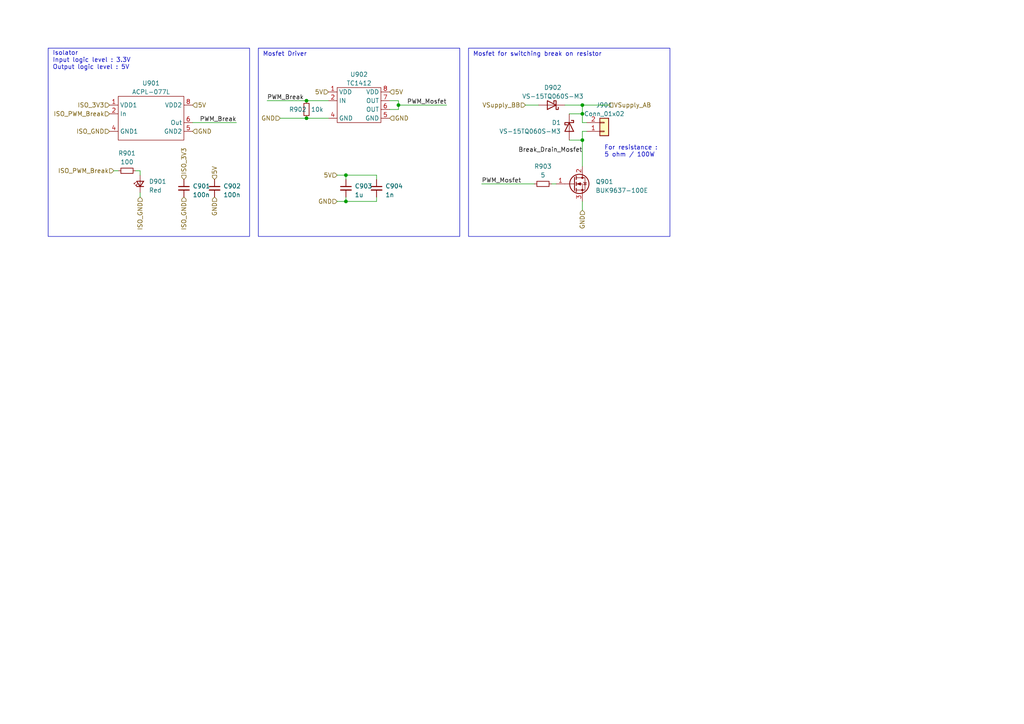
<source format=kicad_sch>
(kicad_sch (version 20230121) (generator eeschema)
  (paper "A4")
  (title_block (title "AAP Inverter") (date "2023-05-01") (company "ENSEA"))
  (lib_symbols
    (symbol "Connector_Generic:Conn_01x02" (pin_names (offset 1.016) hide)
      (property "Reference" "J" (at 0 2.54 0))
      (property "Value" "Conn_01x02" (at 0 -5.08 0))
      (symbol "Conn_01x02_1_1"
        (rectangle (start -1.27 -2.413) (end 0 -2.667) (stroke (width 0.1524)))
        (rectangle (start -1.27 0.127) (end 0 -0.127) (stroke (width 0.1524)))
        (rectangle (start -1.27 1.27) (end 1.27 -3.81) (stroke (width 0.254)) (fill (type background)))
        (pin passive line (at -5.08 0 0) (length 3.81) (name "Pin_1") (number "1"))
        (pin passive line (at -5.08 -2.54 0) (length 3.81) (name "Pin_2") (number "2"))
      )
    )
    (symbol "Custom:ACPL-077L"
      (property "Reference" "U" (at 6.35 -7.62 0))
      (property "Value" "ACPL-077L" (at 0 7.62 0))
      (symbol "ACPL-077L_0_1"
        (rectangle (start -10.16 6.35) (end 8.89 -6.35))
      )
      (symbol "ACPL-077L_1_1"
        (pin power_in line (at -12.7 3.81 0) (length 2.54) (name "VDD1") (number "1"))
        (pin input line (at -12.7 1.27 0) (length 2.54) (name "In") (number "2"))
        (pin no_connect line (at -12.7 -1.27 0) (length 2.54) hide (name "NC") (number "3"))
        (pin power_in line (at -12.7 -3.81 0) (length 2.54) (name "GND1") (number "4"))
        (pin power_in line (at 11.43 -3.81 180) (length 2.54) (name "GND2") (number "5"))
        (pin output line (at 11.43 -1.27 180) (length 2.54) (name "Out") (number "6"))
        (pin no_connect line (at 11.43 1.27 180) (length 2.54) hide (name "NC") (number "7"))
        (pin power_in line (at 11.43 3.81 180) (length 2.54) (name "VDD2") (number "8"))
      )
    )
    (symbol "Custom:TC1412"
      (property "Reference" "U" (at 3.81 -6.35 0))
      (property "Value" "TC1412" (at 0 6.35 0))
      (symbol "TC1412_0_1"
        (rectangle (start -6.35 5.08) (end 6.35 -5.08))
      )
      (symbol "TC1412_1_1"
        (pin power_in line (at -8.89 3.81 0) (length 2.54) (name "VDD") (number "1"))
        (pin input line (at -8.89 1.27 0) (length 2.54) (name "IN") (number "2"))
        (pin no_connect line (at -8.89 -1.27 0) (length 2.54) hide (name "NC") (number "3"))
        (pin power_in line (at -8.89 -3.81 0) (length 2.54) (name "GND") (number "4"))
        (pin power_in line (at 8.89 -3.81 180) (length 2.54) (name "GND") (number "5"))
        (pin passive line (at 8.89 -1.27 180) (length 2.54) (name "OUT") (number "6"))
        (pin passive line (at 8.89 1.27 180) (length 2.54) (name "OUT") (number "7"))
        (pin power_in line (at 8.89 3.81 180) (length 2.54) (name "VDD") (number "8"))
      )
    )
    (symbol "Device:C_Small" (pin_numbers hide) (pin_names (offset 0.254) hide)
      (property "Reference" "C" (at 0.254 1.778 0))
      (property "Value" "C_Small" (at 0.254 -2.032 0))
      (symbol "C_Small_0_1"
        (polyline (pts (xy -1.524 -0.508) (xy 1.524 -0.508)) (stroke (width 0.3302)))
        (polyline (pts (xy -1.524 0.508) (xy 1.524 0.508)) (stroke (width 0.3048)))
      )
      (symbol "C_Small_1_1"
        (pin passive line (at 0 2.54 270) (length 2.032) (name "~") (number "1"))
        (pin passive line (at 0 -2.54 90) (length 2.032) (name "~") (number "2"))
      )
    )
    (symbol "Device:D_Schottky" (pin_numbers hide) (pin_names (offset 1.016) hide)
      (property "Reference" "D902" (at -0.3175 -5.08 0))
      (property "Value" "VS-15TQ060S-M3" (at -0.3175 -2.54 0))
      (symbol "D_Schottky_0_1"
        (polyline (pts (xy 1.27 0) (xy -1.27 0)))
        (polyline (pts (xy 1.27 1.27) (xy 1.27 -1.27) (xy -1.27 0) (xy 1.27 1.27)) (stroke (width 0.254)))
        (polyline (pts (xy -1.905 0.635) (xy -1.905 1.27) (xy -1.27 1.27) (xy -1.27 -1.27) (xy -0.635 -1.27) (xy -0.635 -0.635)) (stroke (width 0.254)))
      )
      (symbol "D_Schottky_1_1"
        (pin passive line (at -3.81 0 0) (length 2.54) (name "K") (number "2"))
        (pin passive line (at 3.81 0 180) (length 2.54) (name "A") (number "3"))
      )
    )
    (symbol "Device:LED_Small" (pin_numbers hide) (pin_names (offset 0.254) hide)
      (property "Reference" "D" (at -1.27 3.175 0))
      (property "Value" "LED_Small" (at -4.445 -2.54 0))
      (symbol "LED_Small_0_1"
        (polyline (pts (xy -0.762 -1.016) (xy -0.762 1.016)) (stroke (width 0.254)))
        (polyline (pts (xy 1.016 0) (xy -0.762 0)))
        (polyline (pts (xy 0.762 -1.016) (xy -0.762 0) (xy 0.762 1.016) (xy 0.762 -1.016)) (stroke (width 0.254)))
        (polyline (pts (xy 0 0.762) (xy -0.508 1.27) (xy -0.254 1.27) (xy -0.508 1.27) (xy -0.508 1.016)))
        (polyline (pts (xy 0.508 1.27) (xy 0 1.778) (xy 0.254 1.778) (xy 0 1.778) (xy 0 1.524)))
      )
      (symbol "LED_Small_1_1"
        (pin passive line (at -2.54 0 0) (length 1.778) (name "K") (number "1"))
        (pin passive line (at 2.54 0 180) (length 1.778) (name "A") (number "2"))
      )
    )
    (symbol "Device:R_Small" (pin_numbers hide) (pin_names (offset 0.254) hide)
      (property "Reference" "R" (at 0.762 0.508 0))
      (property "Value" "R_Small" (at 0.762 -1.016 0))
      (symbol "R_Small_0_1"
        (rectangle (start -0.762 1.778) (end 0.762 -1.778) (stroke (width 0.2032)))
      )
      (symbol "R_Small_1_1"
        (pin passive line (at 0 2.54 270) (length 0.762) (name "~") (number "1"))
        (pin passive line (at 0 -2.54 90) (length 0.762) (name "~") (number "2"))
      )
    )
    (symbol "Transistor_FET:IRFS4229" (pin_names hide)
      (property "Reference" "Q" (at 5.08 1.905 0))
      (property "Value" "IRFS4229" (at 5.08 0 0))
      (symbol "IRFS4229_0_1"
        (polyline (pts (xy 0.254 0) (xy -2.54 0)))
        (polyline (pts (xy 0.254 1.905) (xy 0.254 -1.905)) (stroke (width 0.254)))
        (polyline (pts (xy 0.762 -1.27) (xy 0.762 -2.286)) (stroke (width 0.254)))
        (polyline (pts (xy 0.762 0.508) (xy 0.762 -0.508)) (stroke (width 0.254)))
        (polyline (pts (xy 0.762 2.286) (xy 0.762 1.27)) (stroke (width 0.254)))
        (polyline (pts (xy 2.54 2.54) (xy 2.54 1.778)))
        (polyline (pts (xy 2.54 -2.54) (xy 2.54 0) (xy 0.762 0)))
        (polyline (pts (xy 0.762 -1.778) (xy 3.302 -1.778) (xy 3.302 1.778) (xy 0.762 1.778)))
        (polyline (pts (xy 1.016 0) (xy 2.032 0.381) (xy 2.032 -0.381) (xy 1.016 0)) (fill (type outline)))
        (polyline (pts (xy 2.794 0.508) (xy 2.921 0.381) (xy 3.683 0.381) (xy 3.81 0.254)))
        (polyline (pts (xy 3.302 0.381) (xy 2.921 -0.254) (xy 3.683 -0.254) (xy 3.302 0.381)))
        (circle (center 1.651 0) (radius 2.794) (stroke (width 0.254)))
        (circle (center 2.54 -1.778) (radius 0.254) (fill (type outline)))
        (circle (center 2.54 1.778) (radius 0.254) (fill (type outline)))
      )
      (symbol "IRFS4229_1_1"
        (pin passive line (at -5.08 0 0) (length 2.54) (name "G") (number "1"))
        (pin passive line (at 2.54 5.08 270) (length 2.54) (name "D") (number "2"))
        (pin passive line (at 2.54 -5.08 90) (length 2.54) (name "S") (number "3"))
      )
    )
  )
  (junction (at 115.57 30.48))
  (junction (at 168.91 33.02))
  (junction (at 168.91 40.64))
  (junction (at 88.9 29.21))
  (junction (at 100.33 58.42))
  (junction (at 168.91 30.48))
  (junction (at 88.9 34.29))
  (junction (at 100.33 50.8))
  (wire (pts (xy 115.57 29.21) (xy 115.57 30.48)))
  (wire (pts (xy 170.18 35.56) (xy 168.91 35.56)))
  (wire (pts (xy 163.83 30.48) (xy 168.91 30.48)))
  (wire (pts (xy 100.33 50.8) (xy 109.22 50.8)))
  (wire (pts (xy 81.28 34.29) (xy 88.9 34.29)))
  (wire (pts (xy 168.91 38.1) (xy 168.91 40.64)))
  (wire (pts (xy 115.57 30.48) (xy 129.54 30.48)))
  (wire (pts (xy 152.4 30.48) (xy 156.21 30.48)))
  (wire (pts (xy 97.79 50.8) (xy 100.33 50.8)))
  (wire (pts (xy 88.9 34.29) (xy 95.25 34.29)))
  (wire (pts (xy 165.1 33.02) (xy 168.91 33.02)))
  (wire (pts (xy 115.57 30.48) (xy 115.57 31.75)))
  (wire (pts (xy 168.91 40.64) (xy 168.91 48.26)))
  (wire (pts (xy 109.22 58.42) (xy 109.22 57.15)))
  (wire (pts (xy 40.64 50.8) (xy 40.64 49.53)))
  (wire (pts (xy 55.88 35.56) (xy 68.58 35.56)))
  (wire (pts (xy 100.33 57.15) (xy 100.33 58.42)))
  (wire (pts (xy 168.91 33.02) (xy 168.91 35.56)))
  (wire (pts (xy 40.64 55.88) (xy 40.64 57.15)))
  (wire (pts (xy 100.33 50.8) (xy 100.33 52.07)))
  (wire (pts (xy 100.33 58.42) (xy 109.22 58.42)))
  (wire (pts (xy 168.91 30.48) (xy 168.91 33.02)))
  (wire (pts (xy 77.47 29.21) (xy 88.9 29.21)))
  (wire (pts (xy 33.02 49.53) (xy 34.29 49.53)))
  (wire (pts (xy 160.02 53.34) (xy 161.29 53.34)))
  (wire (pts (xy 168.91 30.48) (xy 176.53 30.48)))
  (wire (pts (xy 88.9 29.21) (xy 95.25 29.21)))
  (wire (pts (xy 165.1 40.64) (xy 168.91 40.64)))
  (wire (pts (xy 168.91 58.42) (xy 168.91 60.96)))
  (wire (pts (xy 39.37 49.53) (xy 40.64 49.53)))
  (wire (pts (xy 170.18 38.1) (xy 168.91 38.1)))
  (wire (pts (xy 113.03 31.75) (xy 115.57 31.75)))
  (wire (pts (xy 97.79 58.42) (xy 100.33 58.42)))
  (wire (pts (xy 139.7 53.34) (xy 154.94 53.34)))
  (wire (pts (xy 109.22 50.8) (xy 109.22 52.07)))
  (wire (pts (xy 113.03 29.21) (xy 115.57 29.21)))
  (rectangle (start 74.93 13.97) (end 133.35 68.58))
  (rectangle (start 13.97 13.97) (end 72.39 68.58))
  (rectangle (start 135.89 13.97) (end 194.31 68.58))
  (text "Isolator\nInput logic level : 3.3V\nOutput logic level : 5V" (at 15.24 20.32 0) (effects (font (size 1.27 1.27)) (justify left bottom)))
  (text "For resistance :\n5 ohm / 100W" (at 175.26 45.72 0) (effects (font (size 1.27 1.27)) (justify left bottom)))
  (text "Mosfet for switching break on resistor" (at 137.16 16.51 0) (effects (font (size 1.27 1.27)) (justify left bottom)))
  (text "Mosfet Driver" (at 76.2 16.51 0) (effects (font (size 1.27 1.27)) (justify left bottom)))
  (label "PWM_Break" (at 68.58 35.56 180))
  (label "PWM_Mosfet" (at 139.7 53.34 0))
  (label "PWM_Break" (at 77.47 29.21 0))
  (label "PWM_Mosfet" (at 129.54 30.48 180))
  (label "Break_Drain_Mosfet" (at 168.91 44.45 180))
  (hierarchical_label "ISO_3V3" (shape input) (at 31.75 30.48 180))
  (hierarchical_label "GND" (shape input) (at 62.23 57.15 270))
  (hierarchical_label "GND" (shape input) (at 113.03 34.29 0))
  (hierarchical_label "5V" (shape input) (at 113.03 26.67 0))
  (hierarchical_label "5V" (shape input) (at 55.88 30.48 0))
  (hierarchical_label "GND" (shape input) (at 97.79 58.42 180))
  (hierarchical_label "VSupply_AB" (shape input) (at 176.53 30.48 0))
  (hierarchical_label "GND" (shape input) (at 168.91 60.96 270))
  (hierarchical_label "5V" (shape input) (at 97.79 50.8 180))
  (hierarchical_label "5V" (shape input) (at 62.23 52.07 90))
  (hierarchical_label "ISO_GND" (shape input) (at 40.64 57.15 270))
  (hierarchical_label "ISO_PWM_Break" (shape input) (at 33.02 49.53 180))
  (hierarchical_label "GND" (shape input) (at 81.28 34.29 180))
  (hierarchical_label "ISO_GND" (shape input) (at 31.75 38.1 180))
  (hierarchical_label "GND" (shape input) (at 55.88 38.1 0))
  (hierarchical_label "5V" (shape input) (at 95.25 26.67 180))
  (hierarchical_label "ISO_3V3" (shape input) (at 53.34 52.07 90))
  (hierarchical_label "ISO_GND" (shape input) (at 53.34 57.15 270))
  (hierarchical_label "ISO_PWM_Break" (shape input) (at 31.75 33.02 180))
  (hierarchical_label "VSupply_BB" (shape input) (at 152.4 30.48 180))
  (symbol (lib_id "Custom:TC1412") (at 104.14 30.48 0) (unit 1)
    (property "Reference" "U902" (at 104.14 21.59 0))
    (property "Value" "TC1412" (at 104.14 24.13 0))
    (property "Footprint" "Package_SO:SOIC-8_3.9x4.9mm_P1.27mm" (effects hide))
  )
  (symbol (lib_id "Device:R_Small") (at 157.48 53.34 90) (unit 1)
    (property "Reference" "R903" (at 157.48 48.26 90))
    (property "Value" "5" (at 157.48 50.8 90))
    (property "Footprint" "Resistor_SMD:R_1206_3216Metric_Pad1.30x1.75mm_HandSolder" (effects hide))
  )
  (symbol (lib_id "Device:C_Small") (at 100.33 54.61 0) (unit 1)
    (property "Reference" "C903" (at 102.87 53.9813 0) (effects (justify left)))
    (property "Value" "1u" (at 102.87 56.5213 0) (effects (justify left)))
    (property "Footprint" "Capacitor_SMD:C_0402_1005Metric_Pad0.74x0.62mm_HandSolder" (effects hide))
  )
  (symbol (lib_id "Device:C_Small") (at 53.34 54.61 0) (unit 1)
    (property "Reference" "C901" (at 55.88 53.9813 0) (effects (justify left)))
    (property "Value" "100n" (at 55.88 56.5213 0) (effects (justify left)))
    (property "Footprint" "Capacitor_SMD:C_0402_1005Metric_Pad0.74x0.62mm_HandSolder" (effects hide))
  )
  (symbol (lib_id "Device:D_Schottky") (at 160.02 30.48 180) (unit 1)
    (property "Reference" "D902" (at 160.3375 25.4 0))
    (property "Value" "VS-15TQ060S-M3" (at 160.3375 27.94 0))
    (property "Footprint" "Package_TO_SOT_SMD:TO-263-2" (effects hide))
  )
  (symbol (lib_id "Device:D_Schottky") (at 165.1 36.83 270) (unit 1)
    (property "Reference" "D1" (at 160.02 35.56 90) (effects (justify left)))
    (property "Value" "VS-15TQ060S-M3" (at 144.78 38.1 90) (effects (justify left)))
    (property "Footprint" "Package_TO_SOT_SMD:TO-263-2" (effects hide))
  )
  (symbol (lib_id "Connector_Generic:Conn_01x02") (at 175.26 38.1 0) (mirror x) (unit 1)
    (property "Reference" "J901" (at 175.26 30.48 0))
    (property "Value" "Conn_01x02" (at 175.26 33.02 0))
    (property "Footprint" "Custom:691311700002" (effects hide))
    (property "Datasheet" "https://www.we-online.com/components/products/datasheet/691311700002.pdf" (effects hide))
    (property "MFR" "691311700002" (effects hide))
  )
  (symbol (lib_id "Device:LED_Small") (at 40.64 53.34 90) (unit 1)
    (property "Reference" "D901" (at 43.18 52.6415 90) (effects (justify right)))
    (property "Value" "Red" (at 43.18 55.1815 90) (effects (justify right)))
    (property "Footprint" "LED_SMD:LED_0603_1608Metric_Pad1.05x0.95mm_HandSolder" (effects hide))
  )
  (symbol (lib_id "Device:R_Small") (at 88.9 31.75 0) (unit 1)
    (property "Reference" "R902" (at 83.82 31.75 0) (effects (justify left)))
    (property "Value" "10k" (at 90.17 31.75 0) (effects (justify left)))
    (property "Footprint" "Resistor_SMD:R_0402_1005Metric_Pad0.72x0.64mm_HandSolder" (effects hide))
  )
  (symbol (lib_id "Custom:ACPL-077L") (at 44.45 34.29 0) (unit 1)
    (property "Reference" "U901" (at 43.815 24.13 0))
    (property "Value" "ACPL-077L" (at 43.815 26.67 0))
    (property "Footprint" "Package_SO:SO-8_3.9x4.9mm_P1.27mm" (effects hide))
  )
  (symbol (lib_id "Transistor_FET:IRFS4229") (at 166.37 53.34 0) (unit 1)
    (property "Reference" "Q901" (at 172.72 52.705 0) (effects (justify left)))
    (property "Value" "BUK9637-100E" (at 172.72 55.245 0) (effects (justify left)))
    (property "Footprint" "Package_TO_SOT_SMD:TO-263-2" (effects hide))
  )
  (symbol (lib_id "Device:C_Small") (at 109.22 54.61 0) (unit 1)
    (property "Reference" "C904" (at 111.76 53.9813 0) (effects (justify left)))
    (property "Value" "1n" (at 111.76 56.5213 0) (effects (justify left)))
    (property "Footprint" "Capacitor_SMD:C_0402_1005Metric_Pad0.74x0.62mm_HandSolder" (effects hide))
  )
  (symbol (lib_id "Device:R_Small") (at 36.83 49.53 90) (unit 1)
    (property "Reference" "R901" (at 36.83 44.45 90))
    (property "Value" "100" (at 36.83 46.99 90))
    (property "Footprint" "Resistor_SMD:R_0402_1005Metric_Pad0.72x0.64mm_HandSolder" (effects hide))
  )
  (symbol (lib_id "Device:C_Small") (at 62.23 54.61 0) (unit 1)
    (property "Reference" "C902" (at 64.77 53.9813 0) (effects (justify left)))
    (property "Value" "100n" (at 64.77 56.5213 0) (effects (justify left)))
    (property "Footprint" "Capacitor_SMD:C_0402_1005Metric_Pad0.74x0.62mm_HandSolder" (effects hide))
  )
)
</source>
